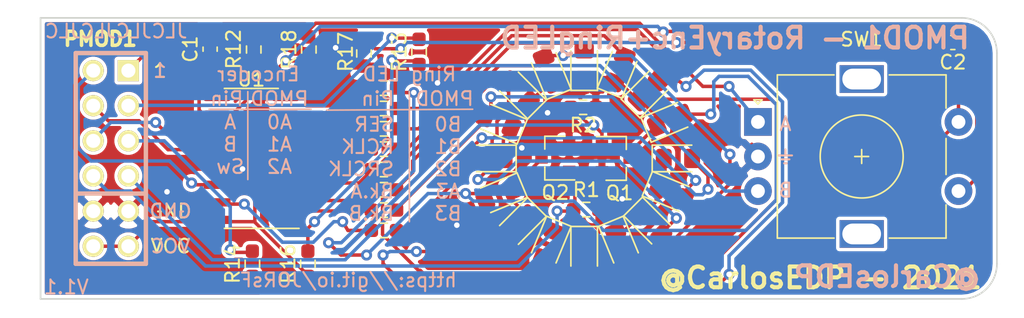
<source format=kicad_pcb>
(kicad_pcb (version 20171130) (host pcbnew "(5.1.10-1-10_14)")
  (layers (0 F.Cu signal) (31 B.Cu signal) (34 B.Paste user hide) (35 F.Paste user hide) (36 B.SilkS user) (37 F.SilkS user) (38 B.Mask user hide) (39 F.Mask user hide) (44 Edge.Cuts user))
  (net 0 "")
  (net 1 GND)
  (net 2 "Net-(D1-Pad2)")
  (net 3 "Net-(PMOD1-Pad1)")
  (net 4 "Net-(PMOD1-Pad7)")
  (net 5 "Net-(PMOD1-Pad2)")
  (net 6 "Net-(PMOD1-Pad8)")
  (net 7 "Net-(PMOD1-Pad3)")
  (net 8 "Net-(PMOD1-Pad9)")
  (net 9 +3V3)
  (net 10 "Net-(R3-Pad2)")
  (net 11 "Net-(R4-Pad2)")
  (net 12 "Net-(R5-Pad2)")
  (net 13 "Net-(R6-Pad2)")
  (net 14 "Net-(R7-Pad2)")
  (net 15 "Net-(R8-Pad2)")
  (net 16 "Net-(R9-Pad2)")
  (net 17 "Net-(R10-Pad2)")
  (net 18 "Net-(R12-Pad1)")
  (net 19 "Net-(R13-Pad1)")
  (net 20 "Net-(D1-Pad1)")
  (net 21 "Net-(D10-Pad1)")
  (net 22 "Net-(D10-Pad2)")
  (net 23 "Net-(D11-Pad2)")
  (net 24 "Net-(D12-Pad2)")
  (net 25 "Net-(D13-Pad2)")
  (net 26 "Net-(D14-Pad2)")
  (net 27 "Net-(D15-Pad2)")
  (net 28 "Net-(D16-Pad2)")
  (net 29 A1)
  (net 30 A2)
  (net 31 "Net-(C2-Pad2)")
  (module Package_SO:SOIC-16_3.9x9.9mm_P1.27mm (layer F.Cu) (at 33.02 104.14 180)
    (fp_text reference U1 (at 0 5.715) (layer F.SilkS))
    (fp_text value 74HC595)
    (pad 16 smd roundrect (at 2.475 -4.445 180) (size 1.95 0.6) (layers F.Cu F.Paste F.Mask) (net 9 +3V3))
    (pad 15 smd roundrect (at 2.475 -3.175 180) (size 1.95 0.6) (layers F.Cu F.Paste F.Mask) (net 10 "Net-(R3-Pad2)"))
    (pad 14 smd roundrect (at 2.475 -1.905 180) (size 1.95 0.6) (layers F.Cu F.Paste F.Mask) (net 4 "Net-(PMOD1-Pad7)"))
    (pad 13 smd roundrect (at 2.475 -0.635 180) (size 1.95 0.6) (layers F.Cu F.Paste F.Mask) (net 1 GND))
    (pad 12 smd roundrect (at 2.475 0.635 180) (size 1.95 0.6) (layers F.Cu F.Paste F.Mask) (net 6 "Net-(PMOD1-Pad8)"))
    (pad 11 smd roundrect (at 2.475 1.905 180) (size 1.95 0.6) (layers F.Cu F.Paste F.Mask) (net 8 "Net-(PMOD1-Pad9)"))
    (pad 10 smd roundrect (at 2.475 3.175 180) (size 1.95 0.6) (layers F.Cu F.Paste F.Mask) (net 9 +3V3))
    (pad 9 smd roundrect (at 2.475 4.445 180) (size 1.95 0.6) (layers F.Cu F.Paste F.Mask))
    (pad 8 smd roundrect (at -2.475 4.445 180) (size 1.95 0.6) (layers F.Cu F.Paste F.Mask) (net 1 GND))
    (pad 7 smd roundrect (at -2.475 3.175 180) (size 1.95 0.6) (layers F.Cu F.Paste F.Mask) (net 17 "Net-(R10-Pad2)"))
    (pad 6 smd roundrect (at -2.475 1.905 180) (size 1.95 0.6) (layers F.Cu F.Paste F.Mask) (net 16 "Net-(R9-Pad2)"))
    (pad 5 smd roundrect (at -2.475 0.635 180) (size 1.95 0.6) (layers F.Cu F.Paste F.Mask) (net 15 "Net-(R8-Pad2)"))
    (pad 4 smd roundrect (at -2.475 -0.635 180) (size 1.95 0.6) (layers F.Cu F.Paste F.Mask) (net 14 "Net-(R7-Pad2)"))
    (pad 3 smd roundrect (at -2.475 -1.905 180) (size 1.95 0.6) (layers F.Cu F.Paste F.Mask) (net 13 "Net-(R6-Pad2)"))
    (pad 2 smd roundrect (at -2.475 -3.175 180) (size 1.95 0.6) (layers F.Cu F.Paste F.Mask) (net 12 "Net-(R5-Pad2)"))
    (pad 1 smd roundrect (at -2.475 -4.445 180) (size 1.95 0.6) (layers F.Cu F.Paste F.Mask) (net 11 "Net-(R4-Pad2)"))
  )
  (module PMOD:pmod_pin_array_6x2 (layer F.Cu) (at 22.86 104.14)
    (fp_text reference PMOD1 (at -0.762 -8.636) (layer F.SilkS) (effects (font (size 1.016 1.016) (thickness 0.254))))
    (fp_text value PMOD-Device-x2-Type-1A-GPIO hide)
    (fp_text user 1 (at 3.556 -6.35) (layer B.SilkS) (effects (justify mirror)))
    (fp_text user GND (at 4.318 3.81) (layer B.SilkS) (effects (justify mirror)))
    (fp_text user VCC (at 4.318 6.35) (layer B.SilkS) (effects (justify mirror)))
    (fp_text user VCC (at 4.318 6.35) (layer F.SilkS))
    (fp_text user GND (at 4.318 3.81) (layer F.SilkS))
    (fp_text user 1 (at 3.556 -6.35) (layer F.SilkS))
    (pad 1 thru_hole rect (at 1.27 -6.35) (size 1.524 1.524) (drill 1.016) (layers *.Cu *.Mask F.SilkS) (net 3 "Net-(PMOD1-Pad1)"))
    (pad 7 thru_hole circle (at -1.27 -6.35 270) (size 1.524 1.524) (drill 1.016) (layers *.Cu *.Mask F.SilkS) (net 4 "Net-(PMOD1-Pad7)"))
    (pad 2 thru_hole circle (at 1.27 -3.81 270) (size 1.524 1.524) (drill 1.016) (layers *.Cu *.Mask F.SilkS) (net 5 "Net-(PMOD1-Pad2)"))
    (pad 8 thru_hole circle (at -1.27 -3.81 270) (size 1.524 1.524) (drill 1.016) (layers *.Cu *.Mask F.SilkS) (net 6 "Net-(PMOD1-Pad8)"))
    (pad 3 thru_hole circle (at 1.27 -1.27 270) (size 1.524 1.524) (drill 1.016) (layers *.Cu *.Mask F.SilkS) (net 7 "Net-(PMOD1-Pad3)"))
    (pad 9 thru_hole circle (at -1.27 -1.27 270) (size 1.524 1.524) (drill 1.016) (layers *.Cu *.Mask F.SilkS) (net 8 "Net-(PMOD1-Pad9)"))
    (pad 4 thru_hole circle (at 1.27 1.27 270) (size 1.524 1.524) (drill 1.016) (layers *.Cu *.Mask F.SilkS) (net 29 A1))
    (pad 10 thru_hole circle (at -1.27 1.27 270) (size 1.524 1.524) (drill 1.016) (layers *.Cu *.Mask F.SilkS) (net 30 A2))
    (pad 5 thru_hole circle (at 1.27 3.81 270) (size 1.524 1.524) (drill 1.016) (layers *.Cu *.Mask F.SilkS) (net 1 GND))
    (pad 11 thru_hole circle (at -1.27 3.81 270) (size 1.524 1.524) (drill 1.016) (layers *.Cu *.Mask F.SilkS) (net 1 GND))
    (pad 6 thru_hole circle (at 1.27 6.35 270) (size 1.524 1.524) (drill 1.016) (layers *.Cu *.Mask F.SilkS) (net 9 +3V3))
    (pad 12 thru_hole circle (at -1.27 6.35 270) (size 1.524 1.524) (drill 1.016) (layers *.Cu *.Mask F.SilkS) (net 9 +3V3))
  )
  (module Rotary_Encoder:RotaryEncoder_Alps_EC11E-Switch_Vertical_H20mm (layer F.Cu) (at 69.6525 101.501)
    (fp_text reference SW1 (at 7.493 -5.969) (layer F.SilkS))
    (fp_text value Rotary_Encoder_Switch)
    (pad S1 thru_hole circle (at 14.5 5) (size 2 2) (drill 1) (layers *.Cu *.Mask) (net 9 +3V3))
    (pad S2 thru_hole circle (at 14.5 0) (size 2 2) (drill 1) (layers *.Cu *.Mask) (net 31 "Net-(C2-Pad2)"))
    (pad MP thru_hole rect (at 7.5 8.1) (size 3.2 2) (drill oval 2.8 1.5) (layers *.Cu *.Mask))
    (pad MP thru_hole rect (at 7.5 -3.1) (size 3.2 2) (drill oval 2.8 1.5) (layers *.Cu *.Mask))
    (pad B thru_hole circle (at 0 5) (size 2 2) (drill 1) (layers *.Cu *.Mask) (net 19 "Net-(R13-Pad1)"))
    (pad C thru_hole circle (at 0 2.5) (size 2 2) (drill 1) (layers *.Cu *.Mask) (net 1 GND))
    (pad A thru_hole rect (at 0 0) (size 2 2) (drill 1) (layers *.Cu *.Mask) (net 18 "Net-(R12-Pad1)"))
  )
  (module Resistor_SMD:R_0603_1608Metric_Pad0.98x0.95mm_HandSolder (layer F.Cu) (at 57.24 107.84)
    (fp_text reference R1 (at 0 -1.43) (layer F.SilkS))
    (fp_text value 4.7k)
    (pad 1 smd roundrect (at -0.9125 0) (size 0.975 0.95) (layers F.Cu F.Paste F.Mask) (net 30 A2))
    (pad 2 smd roundrect (at 0.9125 0) (size 0.975 0.95) (layers F.Cu F.Paste F.Mask) (net 1 GND))
  )
  (module Capacitor_SMD:C_0603_1608Metric_Pad1.08x0.95mm_HandSolder (layer F.Cu) (at 30.04 96.24 90)
    (fp_text reference C1 (at 0 -1.43 90) (layer F.SilkS))
    (fp_text value 100n)
    (pad 1 smd roundrect (at -0.8625 0 90) (size 1.075 0.95) (layers F.Cu F.Paste F.Mask) (net 9 +3V3))
    (pad 2 smd roundrect (at 0.8625 0 90) (size 1.075 0.95) (layers F.Cu F.Paste F.Mask) (net 1 GND))
  )
  (module Capacitor_SMD:C_0603_1608Metric_Pad1.08x0.95mm_HandSolder (layer F.Cu) (at 83.7435 95.758 180)
    (fp_text reference C2 (at 0 -1.43) (layer F.SilkS))
    (fp_text value 100n)
    (pad 2 smd roundrect (at 0.8625 0 180) (size 1.075 0.95) (layers F.Cu F.Paste F.Mask) (net 31 "Net-(C2-Pad2)"))
    (pad 1 smd roundrect (at -0.8625 0 180) (size 1.075 0.95) (layers F.Cu F.Paste F.Mask) (net 9 +3V3))
  )
  (module LED_SMD:LED_0805_2012Metric_Pad1.15x1.40mm_HandSolder (layer F.Cu) (at 50.307 104.14 180)
    (fp_text reference D1 hide)
    (fp_text value LED_ALT)
    (pad 1 smd roundrect (at -1.025 0 180) (size 1.15 1.4) (layers F.Cu F.Paste F.Mask) (roundrect_rratio 0.217391) (net 20 "Net-(D1-Pad1)"))
    (pad 2 smd roundrect (at 1.025 0 180) (size 1.15 1.4) (layers F.Cu F.Paste F.Mask) (roundrect_rratio 0.217391) (net 2 "Net-(D1-Pad2)"))
  )
  (module LED_SMD:LED_0805_2012Metric_Pad1.15x1.40mm_HandSolder (layer F.Cu) (at 50.886363 101.495234 157.5)
    (fp_text reference D2 hide)
    (fp_text value LED_ALT)
    (pad 2 smd roundrect (at 1.025 0 157.5) (size 1.15 1.4) (layers F.Cu F.Paste F.Mask) (roundrect_rratio 0.217391) (net 22 "Net-(D10-Pad2)"))
    (pad 1 smd roundrect (at -1.025 0 157.5) (size 1.15 1.4) (layers F.Cu F.Paste F.Mask) (roundrect_rratio 0.217391) (net 20 "Net-(D1-Pad1)"))
  )
  (module LED_SMD:LED_0805_2012Metric_Pad1.15x1.40mm_HandSolder (layer F.Cu) (at 52.359587 99.286087 135)
    (fp_text reference D3 hide)
    (fp_text value LED_ALT)
    (pad 2 smd roundrect (at 1.025 0 135) (size 1.15 1.4) (layers F.Cu F.Paste F.Mask) (roundrect_rratio 0.217391) (net 23 "Net-(D11-Pad2)"))
    (pad 1 smd roundrect (at -1.025 0 135) (size 1.15 1.4) (layers F.Cu F.Paste F.Mask) (roundrect_rratio 0.217391) (net 20 "Net-(D1-Pad1)"))
  )
  (module LED_SMD:LED_0805_2012Metric_Pad1.15x1.40mm_HandSolder (layer F.Cu) (at 54.547749 97.793023 112.5)
    (fp_text reference D4 hide)
    (fp_text value LED_ALT)
    (pad 2 smd roundrect (at 1.025 0 112.5) (size 1.15 1.4) (layers F.Cu F.Paste F.Mask) (roundrect_rratio 0.217391) (net 24 "Net-(D12-Pad2)"))
    (pad 1 smd roundrect (at -1.025 0 112.5) (size 1.15 1.4) (layers F.Cu F.Paste F.Mask) (roundrect_rratio 0.217391) (net 20 "Net-(D1-Pad1)"))
  )
  (module LED_SMD:LED_0805_2012Metric_Pad1.15x1.40mm_HandSolder (layer F.Cu) (at 57.0865 97.3605 90)
    (fp_text reference D5 hide)
    (fp_text value LED_ALT)
    (pad 2 smd roundrect (at 1.025 0 90) (size 1.15 1.4) (layers F.Cu F.Paste F.Mask) (roundrect_rratio 0.217391) (net 25 "Net-(D13-Pad2)"))
    (pad 1 smd roundrect (at -1.025 0 90) (size 1.15 1.4) (layers F.Cu F.Paste F.Mask) (roundrect_rratio 0.217391) (net 20 "Net-(D1-Pad1)"))
  )
  (module LED_SMD:LED_0805_2012Metric_Pad1.15x1.40mm_HandSolder (layer F.Cu) (at 59.632251 97.693023 67.5)
    (fp_text reference D6 hide)
    (fp_text value LED_ALT)
    (pad 1 smd roundrect (at -1.025 0 67.5) (size 1.15 1.4) (layers F.Cu F.Paste F.Mask) (roundrect_rratio 0.217391) (net 20 "Net-(D1-Pad1)"))
    (pad 2 smd roundrect (at 1.025 0 67.5) (size 1.15 1.4) (layers F.Cu F.Paste F.Mask) (roundrect_rratio 0.217391) (net 26 "Net-(D14-Pad2)"))
  )
  (module LED_SMD:LED_0805_2012Metric_Pad1.15x1.40mm_HandSolder (layer F.Cu) (at 61.757587 99.214913 45)
    (fp_text reference D7 hide)
    (fp_text value LED_ALT)
    (pad 2 smd roundrect (at 1.025 0 45) (size 1.15 1.4) (layers F.Cu F.Paste F.Mask) (roundrect_rratio 0.217391) (net 27 "Net-(D15-Pad2)"))
    (pad 1 smd roundrect (at -1.025 0 45) (size 1.15 1.4) (layers F.Cu F.Paste F.Mask) (roundrect_rratio 0.217391) (net 20 "Net-(D1-Pad1)"))
  )
  (module LED_SMD:LED_0805_2012Metric_Pad1.15x1.40mm_HandSolder (layer F.Cu) (at 63.286637 101.368234 22.5)
    (fp_text reference D8 hide)
    (fp_text value LED_ALT)
    (pad 1 smd roundrect (at -1.025 0 22.5) (size 1.15 1.4) (layers F.Cu F.Paste F.Mask) (roundrect_rratio 0.217391) (net 20 "Net-(D1-Pad1)"))
    (pad 2 smd roundrect (at 1.025 0 22.5) (size 1.15 1.4) (layers F.Cu F.Paste F.Mask) (roundrect_rratio 0.217391) (net 28 "Net-(D16-Pad2)"))
  )
  (module LED_SMD:LED_0805_2012Metric_Pad1.15x1.40mm_HandSolder (layer F.Cu) (at 63.866 104.14)
    (fp_text reference D9 hide)
    (fp_text value LED_ALT)
    (pad 1 smd roundrect (at -1.025 0) (size 1.15 1.4) (layers F.Cu F.Paste F.Mask) (roundrect_rratio 0.217391) (net 21 "Net-(D10-Pad1)"))
    (pad 2 smd roundrect (at 1.025 0) (size 1.15 1.4) (layers F.Cu F.Paste F.Mask) (roundrect_rratio 0.217391) (net 2 "Net-(D1-Pad2)"))
  )
  (module LED_SMD:LED_0805_2012Metric_Pad1.15x1.40mm_HandSolder (layer F.Cu) (at 63.373 106.68 337.5)
    (fp_text reference D10 hide)
    (fp_text value LED_ALT)
    (pad 1 smd roundrect (at -1.025 0 337.5) (size 1.15 1.4) (layers F.Cu F.Paste F.Mask) (roundrect_rratio 0.217391) (net 21 "Net-(D10-Pad1)"))
    (pad 2 smd roundrect (at 1.025 0 337.5) (size 1.15 1.4) (layers F.Cu F.Paste F.Mask) (roundrect_rratio 0.217391) (net 22 "Net-(D10-Pad2)"))
  )
  (module LED_SMD:LED_0805_2012Metric_Pad1.15x1.40mm_HandSolder (layer F.Cu) (at 61.940413 108.930413 315)
    (fp_text reference D11 hide)
    (fp_text value LED_ALT)
    (pad 2 smd roundrect (at 1.025 0 315) (size 1.15 1.4) (layers F.Cu F.Paste F.Mask) (roundrect_rratio 0.217391) (net 23 "Net-(D11-Pad2)"))
    (pad 1 smd roundrect (at -1.025 0 315) (size 1.15 1.4) (layers F.Cu F.Paste F.Mask) (roundrect_rratio 0.217391) (net 21 "Net-(D10-Pad1)"))
  )
  (module LED_SMD:LED_0805_2012Metric_Pad1.15x1.40mm_HandSolder (layer F.Cu) (at 59.731266 110.403637 292.5)
    (fp_text reference D12 hide)
    (fp_text value LED_ALT)
    (pad 1 smd roundrect (at -1.025 0 292.5) (size 1.15 1.4) (layers F.Cu F.Paste F.Mask) (roundrect_rratio 0.217391) (net 21 "Net-(D10-Pad1)"))
    (pad 2 smd roundrect (at 1.025 0 292.5) (size 1.15 1.4) (layers F.Cu F.Paste F.Mask) (roundrect_rratio 0.217391) (net 24 "Net-(D12-Pad2)"))
  )
  (module LED_SMD:LED_0805_2012Metric_Pad1.15x1.40mm_HandSolder (layer F.Cu) (at 57.0865 110.9195 270)
    (fp_text reference D13 hide)
    (fp_text value LED_ALT)
    (pad 2 smd roundrect (at 1.025 0 270) (size 1.15 1.4) (layers F.Cu F.Paste F.Mask) (roundrect_rratio 0.217391) (net 25 "Net-(D13-Pad2)"))
    (pad 1 smd roundrect (at -1.025 0 270) (size 1.15 1.4) (layers F.Cu F.Paste F.Mask) (roundrect_rratio 0.217391) (net 21 "Net-(D10-Pad1)"))
  )
  (module LED_SMD:LED_0805_2012Metric_Pad1.15x1.40mm_HandSolder (layer F.Cu) (at 54.547749 110.403637 247.5)
    (fp_text reference D14 hide)
    (fp_text value LED_ALT)
    (pad 1 smd roundrect (at -1.025 0 247.5) (size 1.15 1.4) (layers F.Cu F.Paste F.Mask) (roundrect_rratio 0.217391) (net 21 "Net-(D10-Pad1)"))
    (pad 2 smd roundrect (at 1.025 0 247.5) (size 1.15 1.4) (layers F.Cu F.Paste F.Mask) (roundrect_rratio 0.217391) (net 26 "Net-(D14-Pad2)"))
  )
  (module LED_SMD:LED_0805_2012Metric_Pad1.15x1.40mm_HandSolder (layer F.Cu) (at 52.359587 108.966 225)
    (fp_text reference D15 hide)
    (fp_text value LED_ALT)
    (pad 2 smd roundrect (at 1.025 0 225) (size 1.15 1.4) (layers F.Cu F.Paste F.Mask) (roundrect_rratio 0.217391) (net 27 "Net-(D15-Pad2)"))
    (pad 1 smd roundrect (at -1.025 0 225) (size 1.15 1.4) (layers F.Cu F.Paste F.Mask) (roundrect_rratio 0.217391) (net 21 "Net-(D10-Pad1)"))
  )
  (module LED_SMD:LED_0805_2012Metric_Pad1.15x1.40mm_HandSolder (layer F.Cu) (at 50.886363 106.784766 202.5)
    (fp_text reference D16 hide)
    (fp_text value LED_ALT)
    (pad 1 smd roundrect (at -1.025 0 202.5) (size 1.15 1.4) (layers F.Cu F.Paste F.Mask) (roundrect_rratio 0.217391) (net 21 "Net-(D10-Pad1)"))
    (pad 2 smd roundrect (at 1.025 0 202.5) (size 1.15 1.4) (layers F.Cu F.Paste F.Mask) (roundrect_rratio 0.217391) (net 28 "Net-(D16-Pad2)"))
  )
  (module Resistor_SMD:R_0603_1608Metric_Pad0.98x0.95mm_HandSolder (layer F.Cu) (at 57.015 100.44)
    (fp_text reference R2 (at 0 1.3) (layer F.SilkS))
    (fp_text value 4.7k)
    (pad 1 smd roundrect (at -0.9125 0) (size 0.975 0.95) (layers F.Cu F.Paste F.Mask) (net 29 A1))
    (pad 2 smd roundrect (at 0.9125 0) (size 0.975 0.95) (layers F.Cu F.Paste F.Mask) (net 1 GND))
  )
  (module Resistor_SMD:R_0603_1608Metric_Pad0.98x0.95mm_HandSolder (layer F.Cu) (at 42.609 109.346997 180)
    (fp_text reference R3 hide)
    (fp_text value 220R)
    (pad 1 smd roundrect (at -0.9125 0 180) (size 0.975 0.95) (layers F.Cu F.Paste F.Mask) (net 2 "Net-(D1-Pad2)"))
    (pad 2 smd roundrect (at 0.9125 0 180) (size 0.975 0.95) (layers F.Cu F.Paste F.Mask) (net 10 "Net-(R3-Pad2)"))
  )
  (module Resistor_SMD:R_0603_1608Metric_Pad0.98x0.95mm_HandSolder (layer F.Cu) (at 42.609 107.877426 180)
    (fp_text reference R4 hide)
    (fp_text value 220R)
    (pad 2 smd roundrect (at 0.9125 0 180) (size 0.975 0.95) (layers F.Cu F.Paste F.Mask) (net 11 "Net-(R4-Pad2)"))
    (pad 1 smd roundrect (at -0.9125 0 180) (size 0.975 0.95) (layers F.Cu F.Paste F.Mask) (net 22 "Net-(D10-Pad2)"))
  )
  (module Resistor_SMD:R_0603_1608Metric_Pad0.98x0.95mm_HandSolder (layer F.Cu) (at 42.609 106.407855 180)
    (fp_text reference R5 hide)
    (fp_text value 220R)
    (pad 1 smd roundrect (at -0.9125 0 180) (size 0.975 0.95) (layers F.Cu F.Paste F.Mask) (net 23 "Net-(D11-Pad2)"))
    (pad 2 smd roundrect (at 0.9125 0 180) (size 0.975 0.95) (layers F.Cu F.Paste F.Mask) (net 12 "Net-(R5-Pad2)"))
  )
  (module Resistor_SMD:R_0603_1608Metric_Pad0.98x0.95mm_HandSolder (layer F.Cu) (at 42.609 104.938284 180)
    (fp_text reference R6 hide)
    (fp_text value 220R)
    (pad 2 smd roundrect (at 0.9125 0 180) (size 0.975 0.95) (layers F.Cu F.Paste F.Mask) (net 13 "Net-(R6-Pad2)"))
    (pad 1 smd roundrect (at -0.9125 0 180) (size 0.975 0.95) (layers F.Cu F.Paste F.Mask) (net 24 "Net-(D12-Pad2)"))
  )
  (module Resistor_SMD:R_0603_1608Metric_Pad0.98x0.95mm_HandSolder (layer F.Cu) (at 42.609 103.468713 180)
    (fp_text reference R7 hide)
    (fp_text value 220R)
    (pad 1 smd roundrect (at -0.9125 0 180) (size 0.975 0.95) (layers F.Cu F.Paste F.Mask) (net 25 "Net-(D13-Pad2)"))
    (pad 2 smd roundrect (at 0.9125 0 180) (size 0.975 0.95) (layers F.Cu F.Paste F.Mask) (net 14 "Net-(R7-Pad2)"))
  )
  (module Resistor_SMD:R_0603_1608Metric_Pad0.98x0.95mm_HandSolder (layer F.Cu) (at 42.609 101.999142 180)
    (fp_text reference R8 hide)
    (fp_text value 220R)
    (pad 2 smd roundrect (at 0.9125 0 180) (size 0.975 0.95) (layers F.Cu F.Paste F.Mask) (net 15 "Net-(R8-Pad2)"))
    (pad 1 smd roundrect (at -0.9125 0 180) (size 0.975 0.95) (layers F.Cu F.Paste F.Mask) (net 26 "Net-(D14-Pad2)"))
  )
  (module Resistor_SMD:R_0603_1608Metric_Pad0.98x0.95mm_HandSolder (layer F.Cu) (at 42.609 100.529571 180)
    (fp_text reference R9 hide)
    (fp_text value 220R)
    (pad 1 smd roundrect (at -0.9125 0 180) (size 0.975 0.95) (layers F.Cu F.Paste F.Mask) (net 27 "Net-(D15-Pad2)"))
    (pad 2 smd roundrect (at 0.9125 0 180) (size 0.975 0.95) (layers F.Cu F.Paste F.Mask) (net 16 "Net-(R9-Pad2)"))
  )
  (module Resistor_SMD:R_0603_1608Metric_Pad0.98x0.95mm_HandSolder (layer F.Cu) (at 42.609 99.06 180)
    (fp_text reference R10 hide)
    (fp_text value 220R)
    (pad 2 smd roundrect (at 0.9125 0 180) (size 0.975 0.95) (layers F.Cu F.Paste F.Mask) (net 17 "Net-(R10-Pad2)"))
    (pad 1 smd roundrect (at -0.9125 0 180) (size 0.975 0.95) (layers F.Cu F.Paste F.Mask) (net 28 "Net-(D16-Pad2)"))
  )
  (module Resistor_SMD:R_0603_1608Metric_Pad0.98x0.95mm_HandSolder (layer F.Cu) (at 33.19475 96.266 270)
    (fp_text reference R12 (at -0.026 1.45475 90) (layer F.SilkS))
    (fp_text value 4.7k)
    (pad 2 smd roundrect (at 0.9125 0 270) (size 0.975 0.95) (layers F.Cu F.Paste F.Mask) (net 3 "Net-(PMOD1-Pad1)"))
    (pad 1 smd roundrect (at -0.9125 0 270) (size 0.975 0.95) (layers F.Cu F.Paste F.Mask) (net 18 "Net-(R12-Pad1)"))
  )
  (module Resistor_SMD:R_0603_1608Metric_Pad0.98x0.95mm_HandSolder (layer F.Cu) (at 45.149 96.44 90)
    (fp_text reference R13 (at 0 -1.43 90) (layer F.SilkS))
    (fp_text value 4.7k)
    (pad 1 smd roundrect (at -0.9125 0 90) (size 0.975 0.95) (layers F.Cu F.Paste F.Mask) (net 19 "Net-(R13-Pad1)"))
    (pad 2 smd roundrect (at 0.9125 0 90) (size 0.975 0.95) (layers F.Cu F.Paste F.Mask) (net 5 "Net-(PMOD1-Pad2)"))
  )
  (module Resistor_SMD:R_0603_1608Metric_Pad0.98x0.95mm_HandSolder (layer F.Cu) (at 33.0962 111.76 90)
    (fp_text reference R14 (at 0 -1.43 90) (layer F.SilkS))
    (fp_text value 4.7k)
    (pad 1 smd roundrect (at -0.9125 0 90) (size 0.975 0.95) (layers F.Cu F.Paste F.Mask) (net 31 "Net-(C2-Pad2)"))
    (pad 2 smd roundrect (at 0.9125 0 90) (size 0.975 0.95) (layers F.Cu F.Paste F.Mask) (net 7 "Net-(PMOD1-Pad3)"))
  )
  (module Resistor_SMD:R_0603_1608Metric_Pad0.98x0.95mm_HandSolder (layer F.Cu) (at 37.1094 111.76 90)
    (fp_text reference R16 (at 0 -1.43 90) (layer F.SilkS))
    (fp_text value 4.7k)
    (pad 2 smd roundrect (at 0.9125 0 90) (size 0.975 0.95) (layers F.Cu F.Paste F.Mask) (net 19 "Net-(R13-Pad1)"))
    (pad 1 smd roundrect (at -0.9125 0 90) (size 0.975 0.95) (layers F.Cu F.Paste F.Mask) (net 9 +3V3))
  )
  (module Resistor_SMD:R_0603_1608Metric_Pad0.98x0.95mm_HandSolder (layer F.Cu) (at 41.16425 96.5525 270)
    (fp_text reference R17 (at -0.1125 1.32425 90) (layer F.SilkS))
    (fp_text value 4.7k)
    (pad 2 smd roundrect (at 0.9125 0 270) (size 0.975 0.95) (layers F.Cu F.Paste F.Mask) (net 1 GND))
    (pad 1 smd roundrect (at -0.9125 0 270) (size 0.975 0.95) (layers F.Cu F.Paste F.Mask) (net 31 "Net-(C2-Pad2)"))
  )
  (module Resistor_SMD:R_0603_1608Metric_Pad0.98x0.95mm_HandSolder (layer F.Cu) (at 37.1795 96.266 90)
    (fp_text reference R18 (at 0 -1.43 90) (layer F.SilkS))
    (fp_text value 4.7k)
    (pad 1 smd roundrect (at -0.9125 0 90) (size 0.975 0.95) (layers F.Cu F.Paste F.Mask) (net 9 +3V3))
    (pad 2 smd roundrect (at 0.9125 0 90) (size 0.975 0.95) (layers F.Cu F.Paste F.Mask) (net 18 "Net-(R12-Pad1)"))
  )
  (module Package_TO_SOT_SMD:SOT-23 (layer F.Cu) (at 59.3725 104.14)
    (fp_text reference Q1 (at 0.2675 2.5) (layer F.SilkS))
    (fp_text value 2N7002)
    (pad 1 smd rect (at -1 -0.95) (size 0.9 0.8) (layers F.Cu F.Paste F.Mask) (net 29 A1))
    (pad 2 smd rect (at -1 0.95) (size 0.9 0.8) (layers F.Cu F.Paste F.Mask) (net 1 GND))
    (pad 3 smd rect (at 1 0) (size 0.9 0.8) (layers F.Cu F.Paste F.Mask) (net 20 "Net-(D1-Pad1)"))
  )
  (module Package_TO_SOT_SMD:SOT-23 (layer F.Cu) (at 55.001501 104.115001 180)
    (fp_text reference Q2 (at 0 -2.5) (layer F.SilkS))
    (fp_text value 2N7002)
    (pad 3 smd rect (at 1 0 180) (size 0.9 0.8) (layers F.Cu F.Paste F.Mask) (net 21 "Net-(D10-Pad1)"))
    (pad 2 smd rect (at -1 0.95 180) (size 0.9 0.8) (layers F.Cu F.Paste F.Mask) (net 1 GND))
    (pad 1 smd rect (at -1 -0.95 180) (size 0.9 0.8) (layers F.Cu F.Paste F.Mask) (net 30 A2))
  )
  (gr_text JLCJLCJLCJLC (at 23.24 94.94) (layer B.SilkS) (effects (font (size 1 1)) (justify mirror)))
  (gr_text ⏚ (at 71.64 104.04) (layer B.SilkS) (effects (font (size 1 1)) (justify mirror)))
  (gr_text A (at 71.64 101.64) (layer B.SilkS) (effects (font (size 1 1)) (justify mirror)))
  (gr_text B (at 71.64 106.44) (layer B.SilkS) (effects (font (size 1 1)) (justify mirror)))
  (gr_text https://git.io/JORsF (at 40.04 112.94) (layer B.SilkS) (effects (font (size 1 1)) (justify mirror)))
  (gr_text V1.1 (at 19.64 113.44) (layer B.SilkS) (effects (font (size 1 1)) (justify mirror)))
  (gr_line (start 44.45 99.314) (end 44.45 108.712) (layer B.SilkS) (width 0.12))
  (gr_line (start 49.022 100.584) (end 38.481 100.6475) (layer B.SilkS) (width 0.12))
  (gr_text "SER\nRCLK\nSRCLK\nBk.A\nBk.B" (at 43.434 104.902) (layer B.SilkS) (effects (font (size 1 1)) (justify left mirror)))
  (gr_text "Ring LED" (at 44.45 98.044) (layer B.SilkS) (effects (font (size 1 1)) (justify mirror)))
  (gr_text Pin (at 42.164 99.822) (layer B.SilkS) (effects (font (size 1 1)) (justify mirror)))
  (gr_text PMOD (at 46.99 99.822) (layer B.SilkS) (effects (font (size 1 1)) (justify mirror)))
  (gr_text "B0\nB1\nB2\nA3\nB3" (at 47.244 104.902) (layer B.SilkS) (effects (font (size 1 1)) (justify mirror)))
  (gr_text Encoder (at 33.528 98.044) (layer B.SilkS) (effects (font (size 1 1)) (justify mirror)))
  (gr_text "A\nB\nSw" (at 31.496 103.124) (layer B.SilkS) (effects (font (size 1 1)) (justify mirror)))
  (gr_text PMOD (at 35.052 99.822) (layer B.SilkS) (effects (font (size 1 1)) (justify mirror)))
  (gr_text Pin (at 31.242 99.822) (layer B.SilkS) (effects (font (size 1 1)) (justify mirror)))
  (gr_line (start 37.338 100.584) (end 29.972 100.584) (layer B.SilkS) (width 0.12))
  (gr_line (start 32.766 99.314) (end 32.766 105.664) (layer B.SilkS) (width 0.12))
  (gr_text "A0\nA1\nA2" (at 35.052 103.124) (layer B.SilkS) (effects (font (size 1 1)) (justify mirror)))
  (gr_text "PMOD1 - RotaryEnc+RingLED" (at 67.99 95.44) (layer B.SilkS) (effects (font (size 1.5 1.5) (thickness 0.3)) (justify mirror)))
  (gr_text @CarlosEDP (at 78.99 112.69) (layer B.SilkS) (effects (font (size 1.5 1.5) (thickness 0.3)) (justify mirror)))
  (gr_text "@CarlosEDP - 2021" (at 74.168 112.776) (layer F.SilkS) (effects (font (size 1.5 1.5) (thickness 0.3))))
  (gr_arc (start 84.3915 111.76) (end 84.3915 114.3) (angle -90) (layer Edge.Cuts) (width 0.12))
  (gr_arc (start 84.3915 96.52) (end 86.9315 96.52) (angle -90) (layer Edge.Cuts) (width 0.12))
  (gr_line (start 17.78 114.3) (end 17.78 93.98) (layer Edge.Cuts) (width 0.12))
  (gr_line (start 84.3915 114.3) (end 17.78 114.3) (layer Edge.Cuts) (width 0.12))
  (gr_line (start 86.9315 96.52) (end 86.9315 111.76) (layer Edge.Cuts) (width 0.12))
  (gr_line (start 17.78 93.98) (end 84.3915 93.98) (layer Edge.Cuts) (width 0.12))
  (segment (start 24.13 107.95) (end 27.178 104.902) (width 0.25) (layer F.Cu) (net 1))
  (segment (start 21.59 107.95) (end 20.502999 106.862999) (width 0.25) (layer F.Cu) (net 1))
  (segment (start 27.178 104.902) (end 30.226 104.902) (width 0.25) (layer F.Cu) (net 1))
  (segment (start 41.16425 97.091) (end 41.085 97.091) (width 0.25) (layer F.Cu) (net 1))
  (segment (start 69.20599 103.11499) (end 69.596 103.505) (width 0.25) (layer F.Cu) (net 1))
  (segment (start 30.545 104.775) (end 31.52 104.775) (width 0.25) (layer F.Cu) (net 1))
  (segment (start 23.417998 99.187) (end 25.527 99.187) (width 0.25) (layer F.Cu) (net 1))
  (segment (start 22.733 98.502002) (end 23.417998 99.187) (width 0.25) (layer F.Cu) (net 1))
  (segment (start 22.733 97.028) (end 22.733 98.502002) (width 0.25) (layer F.Cu) (net 1))
  (segment (start 35.495 99.695) (end 33.9725 99.695) (width 0.25) (layer F.Cu) (net 1))
  (segment (start 24.7015 104.14) (end 20.8915 104.14) (width 0.25) (layer F.Cu) (net 1))
  (via (at 47.879 108.966) (size 0.8) (drill 0.4) (layers F.Cu B.Cu) (net 1))
  (via (at 52.578 103.378) (size 0.8) (drill 0.4) (layers F.Cu B.Cu) (net 1))
  (via (at 32.385 104.902) (size 0.8) (drill 0.4) (layers F.Cu B.Cu) (net 1))
  (via (at 26.924 106.553) (size 0.8) (drill 0.4) (layers F.Cu B.Cu) (net 1))
  (via (at 39.116 96.139) (size 0.8) (drill 0.4) (layers F.Cu B.Cu) (net 1))
  (via (at 46.482 98.679) (size 0.8) (drill 0.4) (layers F.Cu B.Cu) (net 1))
  (via (at 54.44 100.84) (size 0.8) (drill 0.4) (layers F.Cu B.Cu) (net 1))
  (via (at 59.84 107.061) (size 0.8) (drill 0.4) (layers F.Cu B.Cu) (net 1))
  (segment (start 43.434 109.346997) (end 44.196003 109.346997) (width 0.25) (layer F.Cu) (net 2))
  (segment (start 44.196003 109.346997) (end 49.276 104.267) (width 0.25) (layer F.Cu) (net 2))
  (via (at 66.04 106.3625) (size 0.8) (drill 0.4) (layers F.Cu B.Cu) (net 2))
  (segment (start 66.04 105.3765) (end 66.04 106.3625) (width 0.25) (layer F.Cu) (net 2))
  (segment (start 64.8035 104.14) (end 66.04 105.3765) (width 0.25) (layer F.Cu) (net 2))
  (via (at 49.693403 102.652403) (size 0.8) (drill 0.4) (layers F.Cu B.Cu) (net 2))
  (segment (start 49.693403 102.652403) (end 49.2125 103.133306) (width 0.25) (layer F.Cu) (net 2))
  (segment (start 49.2125 103.133306) (end 49.2125 103.6955) (width 0.25) (layer F.Cu) (net 2))
  (segment (start 49.693403 102.652403) (end 61.160402 102.652403) (width 0.25) (layer B.Cu) (net 2))
  (segment (start 61.160402 102.652403) (end 64.425999 105.918) (width 0.25) (layer B.Cu) (net 2))
  (segment (start 65.640001 106.762499) (end 66.04 106.3625) (width 0.25) (layer B.Cu) (net 2))
  (segment (start 65.112997 106.762499) (end 65.640001 106.762499) (width 0.25) (layer B.Cu) (net 2))
  (segment (start 64.425999 106.075501) (end 65.112997 106.762499) (width 0.25) (layer B.Cu) (net 2))
  (segment (start 64.425999 105.918) (end 64.425999 106.075501) (width 0.25) (layer B.Cu) (net 2))
  (segment (start 25.68 96.24) (end 24.13 97.79) (width 0.25) (layer F.Cu) (net 3))
  (segment (start 32.34375 96.24) (end 25.68 96.24) (width 0.25) (layer F.Cu) (net 3))
  (segment (start 33.19475 97.091) (end 32.34375 96.24) (width 0.25) (layer F.Cu) (net 3))
  (via (at 28.702 105.918) (size 0.8) (drill 0.4) (layers F.Cu B.Cu) (net 4))
  (segment (start 28.829 106.045) (end 28.702 105.918) (width 0.25) (layer F.Cu) (net 4))
  (segment (start 30.445 106.045) (end 28.829 106.045) (width 0.25) (layer F.Cu) (net 4))
  (segment (start 20.502999 103.391761) (end 20.502999 98.877001) (width 0.25) (layer B.Cu) (net 4))
  (segment (start 21.434237 104.322999) (end 20.502999 103.391761) (width 0.25) (layer B.Cu) (net 4))
  (segment (start 27.106999 104.322999) (end 21.434237 104.322999) (width 0.25) (layer B.Cu) (net 4))
  (segment (start 28.702 105.918) (end 27.106999 104.322999) (width 0.25) (layer B.Cu) (net 4))
  (segment (start 20.502999 98.877001) (end 21.59 97.79) (width 0.25) (layer B.Cu) (net 4))
  (via (at 43.18 95.44101) (size 0.8) (drill 0.4) (layers F.Cu B.Cu) (net 5))
  (segment (start 38.29101 100.33) (end 43.18 95.44101) (width 0.25) (layer B.Cu) (net 5))
  (segment (start 43.18 95.44101) (end 45.14901 95.44101) (width 0.25) (layer F.Cu) (net 5))
  (segment (start 38.264509 100.303499) (end 24.865499 100.303499) (width 0.25) (layer B.Cu) (net 5))
  (segment (start 38.29101 100.33) (end 38.264509 100.303499) (width 0.25) (layer B.Cu) (net 5))
  (segment (start 24.865499 100.303499) (end 24.8285 100.2665) (width 0.25) (layer B.Cu) (net 5))
  (segment (start 24.905999 101.417001) (end 26.993998 103.505) (width 0.25) (layer F.Cu) (net 6))
  (segment (start 26.993998 103.505) (end 30.545 103.505) (width 0.25) (layer F.Cu) (net 6))
  (segment (start 22.677001 101.417001) (end 24.905999 101.417001) (width 0.25) (layer F.Cu) (net 6))
  (segment (start 21.59 100.33) (end 22.677001 101.417001) (width 0.25) (layer F.Cu) (net 6))
  (via (at 31.496 110.744) (size 0.8) (drill 0.4) (layers F.Cu B.Cu) (net 7))
  (segment (start 31.687 110.935) (end 31.496 110.744) (width 0.25) (layer F.Cu) (net 7))
  (segment (start 33.0962 110.935) (end 31.687 110.935) (width 0.25) (layer F.Cu) (net 7))
  (segment (start 31.496 107.638998) (end 26.727002 102.87) (width 0.25) (layer B.Cu) (net 7))
  (segment (start 31.496 110.744) (end 31.496 107.638998) (width 0.25) (layer B.Cu) (net 7))
  (segment (start 26.727002 102.87) (end 24.13 102.87) (width 0.25) (layer B.Cu) (net 7))
  (segment (start 26.797 102.235) (end 26.0985 101.5365) (width 0.25) (layer F.Cu) (net 8))
  (via (at 26.0985 101.5365) (size 0.8) (drill 0.4) (layers F.Cu B.Cu) (net 8))
  (segment (start 30.445 102.235) (end 26.797 102.235) (width 0.25) (layer F.Cu) (net 8))
  (segment (start 26.0985 101.5365) (end 22.86 101.5365) (width 0.25) (layer B.Cu) (net 8))
  (segment (start 22.86 101.5365) (end 21.717 102.6795) (width 0.25) (layer B.Cu) (net 8))
  (segment (start 21.59 110.49) (end 24.13 110.49) (width 0.25) (layer F.Cu) (net 9))
  (segment (start 24.13 110.49) (end 25.908 108.712) (width 0.25) (layer F.Cu) (net 9))
  (segment (start 25.908 108.712) (end 30.226 108.712) (width 0.25) (layer F.Cu) (net 9))
  (segment (start 30.226 108.712) (end 30.594768 108.712) (width 0.25) (layer F.Cu) (net 9))
  (segment (start 37.1795 97.091) (end 36.652232 97.091) (width 0.25) (layer F.Cu) (net 9))
  (segment (start 33.2364 108.712) (end 30.988 108.712) (width 0.25) (layer F.Cu) (net 9))
  (segment (start 37.1094 112.585) (end 33.2364 108.712) (width 0.25) (layer F.Cu) (net 9))
  (segment (start 33.274 108.6744) (end 33.274 102.719) (width 0.25) (layer F.Cu) (net 9))
  (segment (start 33.2364 108.712) (end 33.274 108.6744) (width 0.25) (layer F.Cu) (net 9))
  (segment (start 85.477501 96.717001) (end 85.477501 105.530499) (width 0.25) (layer F.Cu) (net 9))
  (segment (start 84.5185 95.758) (end 85.477501 96.717001) (width 0.25) (layer F.Cu) (net 9))
  (segment (start 85.477501 105.530499) (end 84.328 106.68) (width 0.25) (layer F.Cu) (net 9))
  (via (at 62.8015 94.996) (size 0.8) (drill 0.4) (layers F.Cu B.Cu) (net 9))
  (segment (start 62.83951 94.95799) (end 62.8015 94.996) (width 0.25) (layer F.Cu) (net 9))
  (segment (start 83.71849 94.95799) (end 62.83951 94.95799) (width 0.25) (layer F.Cu) (net 9))
  (segment (start 84.5185 95.758) (end 83.71849 94.95799) (width 0.25) (layer F.Cu) (net 9))
  (segment (start 62.8015 94.996) (end 62.401501 94.596001) (width 0.25) (layer B.Cu) (net 9))
  (segment (start 35.533 97.0915) (end 37.084 97.0915) (width 0.25) (layer F.Cu) (net 9))
  (segment (start 30.168232 100.965) (end 30.353 100.965) (width 0.25) (layer F.Cu) (net 9))
  (segment (start 30.445 100.965) (end 31.623 100.965) (width 0.25) (layer F.Cu) (net 9))
  (segment (start 35.51475 97.07325) (end 35.533 97.0915) (width 0.25) (layer F.Cu) (net 9))
  (segment (start 31.623 100.965) (end 35.51475 97.07325) (width 0.25) (layer F.Cu) (net 9))
  (segment (start 33.274 102.719) (end 31.52 100.965) (width 0.25) (layer F.Cu) (net 9))
  (segment (start 31.52 100.965) (end 30.545 100.965) (width 0.25) (layer F.Cu) (net 9))
  (segment (start 31.84501 100.74299) (end 31.623 100.965) (width 0.25) (layer F.Cu) (net 9))
  (via (at 35.51475 97.07325) (size 0.8) (drill 0.4) (layers F.Cu B.Cu) (net 9))
  (segment (start 35.51475 97.07325) (end 37.991999 94.596001) (width 0.25) (layer B.Cu) (net 9))
  (segment (start 37.991999 94.596001) (end 62.401501 94.596001) (width 0.25) (layer B.Cu) (net 9))
  (segment (start 29.57 100.965) (end 30.545 100.965) (width 0.25) (layer F.Cu) (net 9))
  (segment (start 29.24499 100.63999) (end 29.57 100.965) (width 0.25) (layer F.Cu) (net 9))
  (segment (start 29.24499 97.81001) (end 29.24499 100.63999) (width 0.25) (layer F.Cu) (net 9))
  (segment (start 30.04 97.015) (end 29.24499 97.81001) (width 0.25) (layer F.Cu) (net 9))
  (via (at 32.512 107.442) (size 0.8) (drill 0.4) (layers F.Cu B.Cu) (net 10))
  (segment (start 32.512 107.442) (end 30.988 107.442) (width 0.25) (layer F.Cu) (net 10))
  (segment (start 35.269001 110.199001) (end 32.512 107.442) (width 0.25) (layer B.Cu) (net 10))
  (segment (start 37.503409 110.199001) (end 35.269001 110.199001) (width 0.25) (layer B.Cu) (net 10))
  (segment (start 39.624 108.712) (end 40.004997 109.346997) (width 0.25) (layer F.Cu) (net 10))
  (segment (start 40.004997 109.346997) (end 41.784 109.346997) (width 0.25) (layer F.Cu) (net 10))
  (via (at 39.624 108.712) (size 0.8) (drill 0.4) (layers F.Cu B.Cu) (net 10))
  (segment (start 38.99041 108.712) (end 39.624 108.712) (width 0.25) (layer B.Cu) (net 10))
  (segment (start 37.503409 110.199001) (end 38.99041 108.712) (width 0.25) (layer B.Cu) (net 10))
  (segment (start 41.721416 107.94001) (end 36.58599 107.94001) (width 0.25) (layer F.Cu) (net 11))
  (segment (start 41.784 107.877426) (end 41.721416 107.94001) (width 0.25) (layer F.Cu) (net 11))
  (segment (start 36.58599 107.94001) (end 36.068 108.458) (width 0.25) (layer F.Cu) (net 11))
  (segment (start 36.576 107.188) (end 35.814 107.188) (width 0.25) (layer F.Cu) (net 12))
  (segment (start 41.784 106.407855) (end 41.003855 107.188) (width 0.25) (layer F.Cu) (net 12))
  (segment (start 41.003855 107.188) (end 35.814 107.188) (width 0.25) (layer F.Cu) (net 12))
  (segment (start 36.576 105.918) (end 36.068 105.918) (width 0.25) (layer F.Cu) (net 13))
  (segment (start 41.784 104.938284) (end 40.804284 105.918) (width 0.25) (layer F.Cu) (net 13))
  (segment (start 40.804284 105.918) (end 35.814 105.918) (width 0.25) (layer F.Cu) (net 13))
  (segment (start 36.576 104.648) (end 36.068 104.648) (width 0.25) (layer F.Cu) (net 14))
  (segment (start 41.784 103.468713) (end 40.604713 104.648) (width 0.25) (layer F.Cu) (net 14))
  (segment (start 40.604713 104.648) (end 35.814 104.648) (width 0.25) (layer F.Cu) (net 14))
  (segment (start 41.784 101.999142) (end 40.405142 103.378) (width 0.25) (layer F.Cu) (net 15))
  (segment (start 40.405142 103.378) (end 36.068 103.378) (width 0.25) (layer F.Cu) (net 15))
  (segment (start 41.784 100.529571) (end 40.205571 102.108) (width 0.25) (layer F.Cu) (net 16))
  (segment (start 40.205571 102.108) (end 35.56 102.108) (width 0.25) (layer F.Cu) (net 16))
  (segment (start 41.784 99.06) (end 40.006 100.838) (width 0.25) (layer F.Cu) (net 17))
  (segment (start 40.006 100.838) (end 35.814 100.838) (width 0.25) (layer F.Cu) (net 17))
  (segment (start 33.19475 95.441) (end 37.2105 95.441) (width 0.25) (layer F.Cu) (net 18))
  (segment (start 67.564 98.933) (end 69.1515 100.9015) (width 0.25) (layer B.Cu) (net 18))
  (via (at 67.564 98.933) (size 0.8) (drill 0.4) (layers F.Cu B.Cu) (net 18))
  (segment (start 65.665498 98.933) (end 67.564 98.933) (width 0.25) (layer F.Cu) (net 18))
  (segment (start 37.68049 94.36501) (end 61.097508 94.36501) (width 0.25) (layer F.Cu) (net 18))
  (segment (start 37.1795 94.866) (end 37.68049 94.36501) (width 0.25) (layer F.Cu) (net 18))
  (segment (start 61.097508 94.36501) (end 65.665498 98.933) (width 0.25) (layer F.Cu) (net 18))
  (segment (start 37.1795 95.3535) (end 37.1795 94.866) (width 0.25) (layer F.Cu) (net 18))
  (via (at 43.18 97.028) (size 0.8) (drill 0.4) (layers F.Cu B.Cu) (net 19))
  (segment (start 43.243 97.091) (end 43.18 97.028) (width 0.25) (layer F.Cu) (net 19))
  (segment (start 45.149 97.091) (end 43.243 97.091) (width 0.25) (layer F.Cu) (net 19))
  (segment (start 37.084 110.998) (end 37.338 110.744) (width 0.25) (layer F.Cu) (net 19))
  (via (at 37.592 108.712) (size 0.8) (drill 0.4) (layers F.Cu B.Cu) (net 19))
  (segment (start 37.1094 109.1946) (end 37.592 108.712) (width 0.25) (layer F.Cu) (net 19))
  (segment (start 37.1094 110.935) (end 37.1094 109.1946) (width 0.25) (layer F.Cu) (net 19))
  (segment (start 43.18 103.124) (end 43.18 97.028) (width 0.25) (layer B.Cu) (net 19))
  (segment (start 37.592 108.712) (end 43.18 103.124) (width 0.25) (layer B.Cu) (net 19))
  (segment (start 43.580172 97.428172) (end 58.228172 97.428172) (width 0.25) (layer B.Cu) (net 19))
  (segment (start 43.18 97.028) (end 43.580172 97.428172) (width 0.25) (layer B.Cu) (net 19))
  (segment (start 67.301 106.501) (end 58.228172 97.428172) (width 0.25) (layer B.Cu) (net 19))
  (segment (start 69.6525 106.501) (end 67.301 106.501) (width 0.25) (layer B.Cu) (net 19))
  (segment (start 61.094674 99.877826) (end 62.23 101.013152) (width 0.25) (layer F.Cu) (net 20))
  (segment (start 59.2455 98.679) (end 59.69 98.679) (width 0.25) (layer F.Cu) (net 20))
  (segment (start 59.69 98.679) (end 60.579 99.568) (width 0.25) (layer F.Cu) (net 20))
  (segment (start 57.0865 98.298) (end 58.674 98.298) (width 0.25) (layer F.Cu) (net 20))
  (segment (start 57.0865 98.298) (end 55.5625 98.298) (width 0.25) (layer F.Cu) (net 20))
  (segment (start 55.5625 98.298) (end 55.4355 98.425) (width 0.25) (layer F.Cu) (net 20))
  (segment (start 54.9275 98.679) (end 54.5465 98.679) (width 0.25) (layer F.Cu) (net 20))
  (segment (start 54.5465 98.679) (end 53.5305 99.695) (width 0.25) (layer F.Cu) (net 20))
  (segment (start 53.0225 99.949) (end 51.943 101.0285) (width 0.25) (layer F.Cu) (net 20))
  (segment (start 51.943 101.0285) (end 51.943 101.346) (width 0.25) (layer F.Cu) (net 20))
  (segment (start 51.2445 104.14) (end 51.2445 102.616) (width 0.25) (layer F.Cu) (net 20))
  (segment (start 51.2445 102.616) (end 51.562 102.2985) (width 0.25) (layer F.Cu) (net 20))
  (segment (start 62.23 101.013152) (end 62.23 101.6) (width 0.25) (layer F.Cu) (net 20))
  (segment (start 60.3725 103.727645) (end 62.33966 101.760485) (width 0.25) (layer F.Cu) (net 20))
  (segment (start 60.3725 104.14) (end 60.3725 103.727645) (width 0.25) (layer F.Cu) (net 20))
  (segment (start 53.0225 108.303087) (end 51.943 107.223587) (width 0.25) (layer F.Cu) (net 21))
  (segment (start 51.943 107.223587) (end 51.943 106.807) (width 0.25) (layer F.Cu) (net 21))
  (segment (start 54.864 109.5375) (end 54.5465 109.5375) (width 0.25) (layer F.Cu) (net 21))
  (segment (start 54.5465 109.5375) (end 53.5305 108.5215) (width 0.25) (layer F.Cu) (net 21))
  (segment (start 57.0865 109.982) (end 55.372 109.982) (width 0.25) (layer F.Cu) (net 21))
  (segment (start 55.372 109.982) (end 55.245 109.855) (width 0.25) (layer F.Cu) (net 21))
  (segment (start 57.0865 109.982) (end 58.801 109.982) (width 0.25) (layer F.Cu) (net 21))
  (segment (start 58.801 109.982) (end 58.9915 109.7915) (width 0.25) (layer F.Cu) (net 21))
  (segment (start 59.3725 109.5375) (end 59.817 109.5375) (width 0.25) (layer F.Cu) (net 21))
  (segment (start 59.817 109.5375) (end 60.833 108.5215) (width 0.25) (layer F.Cu) (net 21))
  (segment (start 60.833 108.5215) (end 60.8965 108.5215) (width 0.25) (layer F.Cu) (net 21))
  (segment (start 61.2775 108.2675) (end 62.2935 107.2515) (width 0.25) (layer F.Cu) (net 21))
  (segment (start 62.2935 107.2515) (end 62.2935 106.7435) (width 0.25) (layer F.Cu) (net 21))
  (segment (start 62.2935 106.7435) (end 62.357 106.68) (width 0.25) (layer F.Cu) (net 21))
  (segment (start 62.9285 104.14) (end 62.9285 105.8545) (width 0.25) (layer F.Cu) (net 21))
  (segment (start 62.9285 105.8545) (end 62.8015 105.9815) (width 0.25) (layer F.Cu) (net 21))
  (segment (start 54.001501 104.176999) (end 51.7525 106.426) (width 0.25) (layer F.Cu) (net 21))
  (segment (start 54.001501 104.115001) (end 54.001501 104.176999) (width 0.25) (layer F.Cu) (net 21))
  (segment (start 43.434 107.877426) (end 43.443074 107.877426) (width 0.25) (layer F.Cu) (net 22))
  (segment (start 43.443074 107.877426) (end 49.8475 101.473) (width 0.25) (layer F.Cu) (net 22))
  (via (at 65.151 105.7275) (size 0.8) (drill 0.4) (layers F.Cu B.Cu) (net 22))
  (segment (start 64.239137 106.639363) (end 65.151 105.7275) (width 0.25) (layer F.Cu) (net 22))
  (segment (start 64.239137 107.038766) (end 64.239137 106.639363) (width 0.25) (layer F.Cu) (net 22))
  (via (at 50.34725 99.68675) (size 0.8) (drill 0.4) (layers F.Cu B.Cu) (net 22))
  (segment (start 59.11025 99.68675) (end 50.34725 99.68675) (width 0.25) (layer B.Cu) (net 22))
  (segment (start 65.151 105.7275) (end 59.11025 99.68675) (width 0.25) (layer B.Cu) (net 22))
  (segment (start 50.34725 99.68675) (end 50.34725 100.71925) (width 0.25) (layer F.Cu) (net 22))
  (segment (start 43.434 106.407855) (end 44.691097 105.150758) (width 0.25) (layer F.Cu) (net 23))
  (segment (start 44.691097 105.150758) (end 44.691097 104.317597) (width 0.25) (layer F.Cu) (net 23))
  (segment (start 50.520194 98.4885) (end 51.3715 98.4885) (width 0.25) (layer F.Cu) (net 23))
  (segment (start 51.3715 98.4885) (end 51.562 98.679) (width 0.25) (layer F.Cu) (net 23))
  (via (at 63.754 108.458) (size 0.8) (drill 0.4) (layers F.Cu B.Cu) (net 23))
  (segment (start 62.618674 109.593326) (end 63.754 108.458) (width 0.25) (layer F.Cu) (net 23))
  (segment (start 62.603326 109.593326) (end 62.618674 109.593326) (width 0.25) (layer F.Cu) (net 23))
  (segment (start 44.691097 104.317597) (end 50.520194 98.4885) (width 0.25) (layer F.Cu) (net 23))
  (segment (start 63.754 108.458) (end 59.6265 104.3305) (width 0.25) (layer B.Cu) (net 23))
  (segment (start 50.783945 102.417831) (end 50.783945 101.452811) (width 0.25) (layer F.Cu) (net 23))
  (segment (start 50.43199 102.769786) (end 50.783945 102.417831) (width 0.25) (layer F.Cu) (net 23))
  (segment (start 50.783945 101.452811) (end 51.6255 100.611256) (width 0.25) (layer F.Cu) (net 23))
  (segment (start 51.6255 100.611256) (end 51.6255 98.933) (width 0.25) (layer F.Cu) (net 23))
  (via (at 49.403 105.664) (size 0.8) (drill 0.4) (layers F.Cu B.Cu) (net 23))
  (segment (start 59.6265 104.3305) (end 53.0225 104.3305) (width 0.25) (layer B.Cu) (net 23))
  (segment (start 50.927 105.664) (end 49.403 105.664) (width 0.25) (layer B.Cu) (net 23))
  (segment (start 53.0225 104.3305) (end 52.2605 104.3305) (width 0.25) (layer B.Cu) (net 23))
  (segment (start 52.2605 104.3305) (end 50.927 105.664) (width 0.25) (layer B.Cu) (net 23))
  (segment (start 53.0225 104.3305) (end 52.5145 104.3305) (width 0.25) (layer B.Cu) (net 23))
  (segment (start 50.43199 104.63501) (end 50.43199 102.769786) (width 0.25) (layer F.Cu) (net 23))
  (segment (start 49.403 105.664) (end 50.43199 104.63501) (width 0.25) (layer F.Cu) (net 23))
  (via (at 67.6275 103.83999) (size 0.8) (drill 0.4) (layers F.Cu B.Cu) (net 24))
  (segment (start 67.6275 105.965702) (end 67.6275 103.83999) (width 0.25) (layer F.Cu) (net 24))
  (via (at 55.5625 96.703171) (size 0.8) (drill 0.4) (layers F.Cu B.Cu) (net 24))
  (segment (start 60.490681 96.703171) (end 55.5625 96.703171) (width 0.25) (layer B.Cu) (net 24))
  (segment (start 67.6275 103.83999) (end 60.490681 96.703171) (width 0.25) (layer B.Cu) (net 24))
  (segment (start 55.5625 96.703171) (end 54.744329 96.703171) (width 0.25) (layer F.Cu) (net 24))
  (segment (start 54.744329 96.703171) (end 54.61 96.8375) (width 0.25) (layer F.Cu) (net 24))
  (segment (start 52.84 97.44) (end 53.602369 97.44) (width 0.25) (layer F.Cu) (net 24))
  (segment (start 53.602369 97.44) (end 54.176483 96.865886) (width 0.25) (layer F.Cu) (net 24))
  (segment (start 50.933999 97.438285) (end 52.838285 97.438285) (width 0.25) (layer F.Cu) (net 24))
  (segment (start 52.838285 97.438285) (end 52.84 97.44) (width 0.25) (layer F.Cu) (net 24))
  (segment (start 43.434 104.938284) (end 50.933999 97.438285) (width 0.25) (layer F.Cu) (net 24))
  (segment (start 62.242588 111.350614) (end 67.6275 105.965702) (width 0.25) (layer F.Cu) (net 24))
  (segment (start 60.123517 111.350614) (end 62.242588 111.350614) (width 0.25) (layer F.Cu) (net 24))
  (segment (start 44.267161 103.468713) (end 51.757703 95.978171) (width 0.25) (layer F.Cu) (net 25))
  (segment (start 43.434 103.468713) (end 44.267161 103.468713) (width 0.25) (layer F.Cu) (net 25))
  (segment (start 56.798671 95.978171) (end 57.0865 96.266) (width 0.25) (layer F.Cu) (net 25))
  (segment (start 42.50901 109.639485) (end 45.107854 112.238329) (width 0.25) (layer F.Cu) (net 25))
  (segment (start 42.50901 104.393703) (end 42.50901 109.639485) (width 0.25) (layer F.Cu) (net 25))
  (segment (start 43.434 103.468713) (end 42.50901 104.393703) (width 0.25) (layer F.Cu) (net 25))
  (segment (start 45.238329 112.238329) (end 45.58499 112.58499) (width 0.25) (layer F.Cu) (net 25))
  (segment (start 45.107854 112.238329) (end 45.238329 112.238329) (width 0.25) (layer F.Cu) (net 25))
  (segment (start 56.44601 112.58499) (end 57.0865 111.9445) (width 0.25) (layer F.Cu) (net 25))
  (segment (start 45.58499 112.58499) (end 56.44601 112.58499) (width 0.25) (layer F.Cu) (net 25))
  (segment (start 51.981433 95.798567) (end 56.549567 95.798567) (width 0.25) (layer F.Cu) (net 25))
  (segment (start 56.549567 95.798567) (end 57.0865 96.3355) (width 0.25) (layer F.Cu) (net 25))
  (segment (start 51.801829 95.978171) (end 51.981433 95.798567) (width 0.25) (layer F.Cu) (net 25))
  (segment (start 51.757703 95.978171) (end 51.801829 95.978171) (width 0.25) (layer F.Cu) (net 25))
  (segment (start 70.977501 107.137001) (end 70.977501 100.240999) (width 0.25) (layer F.Cu) (net 26))
  (segment (start 65.529512 112.58499) (end 70.977501 107.137001) (width 0.25) (layer F.Cu) (net 26))
  (segment (start 59.31518 112.58499) (end 65.529512 112.58499) (width 0.25) (layer F.Cu) (net 26))
  (segment (start 57.77468 111.04449) (end 59.31518 112.58499) (width 0.25) (layer F.Cu) (net 26))
  (segment (start 54.419107 111.04449) (end 57.77468 111.04449) (width 0.25) (layer F.Cu) (net 26))
  (segment (start 54.112983 111.350614) (end 54.419107 111.04449) (width 0.25) (layer F.Cu) (net 26))
  (segment (start 70.597357 99.860855) (end 70.977501 100.240999) (width 0.25) (layer F.Cu) (net 26))
  (segment (start 62.36911 99.860855) (end 70.597357 99.860855) (width 0.25) (layer F.Cu) (net 26))
  (segment (start 59.996517 97.488262) (end 62.36911 99.860855) (width 0.25) (layer F.Cu) (net 26))
  (segment (start 59.996517 96.865886) (end 59.996517 97.488262) (width 0.25) (layer F.Cu) (net 26))
  (segment (start 58.543486 95.26503) (end 60.024502 96.746046) (width 0.25) (layer F.Cu) (net 26))
  (segment (start 43.5215 101.999142) (end 45.100322 101.999142) (width 0.25) (layer F.Cu) (net 26))
  (segment (start 51.606901 95.509509) (end 51.85138 95.26503) (width 0.25) (layer F.Cu) (net 26))
  (segment (start 51.589954 95.50951) (end 51.606901 95.509509) (width 0.25) (layer F.Cu) (net 26))
  (segment (start 45.100322 101.999142) (end 51.589954 95.50951) (width 0.25) (layer F.Cu) (net 26))
  (segment (start 51.85138 95.26503) (end 58.543486 95.26503) (width 0.25) (layer F.Cu) (net 26))
  (segment (start 43.434 100.529571) (end 45.933483 100.529571) (width 0.25) (layer F.Cu) (net 27))
  (segment (start 62.23 96.133912) (end 62.23 98.171) (width 0.25) (layer F.Cu) (net 27))
  (segment (start 45.933483 100.529571) (end 51.403554 95.0595) (width 0.25) (layer F.Cu) (net 27))
  (via (at 44.958 110.871) (size 0.8) (drill 0.4) (layers F.Cu B.Cu) (net 27))
  (segment (start 50.454587 110.871) (end 44.958 110.871) (width 0.25) (layer F.Cu) (net 27))
  (segment (start 51.696674 109.628913) (end 50.454587 110.871) (width 0.25) (layer F.Cu) (net 27))
  (via (at 67.564 112.522) (size 0.8) (drill 0.4) (layers F.Cu B.Cu) (net 27))
  (segment (start 67.397661 112.688339) (end 67.564 112.522) (width 0.25) (layer F.Cu) (net 27))
  (segment (start 43.05851 110.871) (end 44.958 110.871) (width 0.25) (layer B.Cu) (net 27))
  (segment (start 42.545 111.125) (end 43.05851 110.871) (width 0.25) (layer B.Cu) (net 27))
  (via (at 42.545 111.125) (size 0.8) (drill 0.4) (layers F.Cu B.Cu) (net 27))
  (segment (start 67.564 111.186912) (end 67.564 112.522) (width 0.25) (layer B.Cu) (net 27))
  (segment (start 71.427511 100.054599) (end 71.42751 107.323402) (width 0.25) (layer B.Cu) (net 27))
  (segment (start 69.130901 97.757989) (end 71.427511 100.054599) (width 0.25) (layer B.Cu) (net 27))
  (segment (start 65.754511 97.757989) (end 69.130901 97.757989) (width 0.25) (layer B.Cu) (net 27))
  (segment (start 63.9445 98.552) (end 62.4205 98.552) (width 0.25) (layer F.Cu) (net 27))
  (segment (start 64.4525 98.933) (end 63.9445 98.552) (width 0.25) (layer F.Cu) (net 27))
  (segment (start 71.42751 107.323402) (end 67.564 111.186912) (width 0.25) (layer B.Cu) (net 27))
  (segment (start 64.4525 98.933) (end 65.754511 97.757989) (width 0.25) (layer B.Cu) (net 27))
  (via (at 64.4525 98.933) (size 0.8) (drill 0.4) (layers F.Cu B.Cu) (net 27))
  (segment (start 67.051 113.035) (end 67.564 112.522) (width 0.25) (layer F.Cu) (net 27))
  (segment (start 43.835 113.035) (end 67.051 113.035) (width 0.25) (layer F.Cu) (net 27))
  (segment (start 42.545 111.745) (end 43.835 113.035) (width 0.25) (layer F.Cu) (net 27))
  (segment (start 42.545 111.125) (end 42.545 111.745) (width 0.25) (layer F.Cu) (net 27))
  (segment (start 51.4205 95.0595) (end 51.66498 94.81502) (width 0.25) (layer F.Cu) (net 27))
  (segment (start 51.403554 95.0595) (end 51.4205 95.0595) (width 0.25) (layer F.Cu) (net 27))
  (segment (start 51.66498 94.81502) (end 60.911108 94.81502) (width 0.25) (layer F.Cu) (net 27))
  (segment (start 60.911108 94.81502) (end 62.23 96.133912) (width 0.25) (layer F.Cu) (net 27))
  (via (at 44.7675 99.3775) (size 0.8) (drill 0.4) (layers F.Cu B.Cu) (net 28))
  (segment (start 44.7675 99.3775) (end 43.4975 99.3775) (width 0.25) (layer F.Cu) (net 28))
  (via (at 48.514 106.68) (size 0.8) (drill 0.4) (layers F.Cu B.Cu) (net 28))
  (segment (start 49.556694 106.68) (end 50.020226 107.143532) (width 0.25) (layer F.Cu) (net 28))
  (via (at 41.351055 111.125) (size 0.8) (drill 0.4) (layers F.Cu B.Cu) (net 28))
  (via (at 38.608 110.236) (size 0.8) (drill 0.4) (layers F.Cu B.Cu) (net 28))
  (segment (start 38.608 110.236) (end 39.497 110.236) (width 0.25) (layer B.Cu) (net 28))
  (segment (start 39.497 111.125) (end 38.608 110.236) (width 0.25) (layer F.Cu) (net 28))
  (segment (start 41.351055 111.125) (end 39.497 111.125) (width 0.25) (layer F.Cu) (net 28))
  (segment (start 44.7675 105.023185) (end 44.7675 99.3775) (width 0.25) (layer B.Cu) (net 28))
  (segment (start 39.525842 110.236) (end 44.7675 105.023185) (width 0.25) (layer B.Cu) (net 28))
  (segment (start 48.514 106.68) (end 45.796055 106.68) (width 0.25) (layer B.Cu) (net 28))
  (segment (start 45.796055 106.68) (end 41.351055 111.125) (width 0.25) (layer B.Cu) (net 28))
  (segment (start 48.514 106.68) (end 49.556694 106.68) (width 0.25) (layer F.Cu) (net 28))
  (segment (start 49.058999 107.224999) (end 48.514 106.68) (width 0.25) (layer B.Cu) (net 28))
  (segment (start 68.944501 98.207999) (end 70.977501 100.240999) (width 0.25) (layer B.Cu) (net 28))
  (segment (start 56.355001 107.224999) (end 49.058999 107.224999) (width 0.25) (layer B.Cu) (net 28))
  (segment (start 58.477002 109.347) (end 56.355001 107.224999) (width 0.25) (layer B.Cu) (net 28))
  (segment (start 70.977501 100.240999) (end 70.977501 107.137001) (width 0.25) (layer B.Cu) (net 28))
  (segment (start 68.767502 109.347) (end 58.477002 109.347) (width 0.25) (layer B.Cu) (net 28))
  (via (at 66.24 100.94) (size 0.8) (drill 0.4) (layers F.Cu B.Cu) (net 28))
  (segment (start 70.977501 107.137001) (end 68.767502 109.347) (width 0.25) (layer B.Cu) (net 28))
  (segment (start 66.834999 98.207999) (end 68.944501 98.207999) (width 0.25) (layer B.Cu) (net 28))
  (segment (start 66.457999 98.584999) (end 66.834999 98.207999) (width 0.25) (layer B.Cu) (net 28))
  (segment (start 66.24 100.94) (end 66.457999 100.811499) (width 0.25) (layer B.Cu) (net 28))
  (segment (start 66.457999 100.722001) (end 66.24 100.94) (width 0.25) (layer B.Cu) (net 28))
  (segment (start 66.457999 98.584999) (end 66.457999 100.722001) (width 0.25) (layer B.Cu) (net 28))
  (segment (start 64.222242 100.94) (end 64.152774 101.009468) (width 0.25) (layer F.Cu) (net 28))
  (segment (start 66.24 100.94) (end 64.222242 100.94) (width 0.25) (layer F.Cu) (net 28))
  (segment (start 58.3725 102.3145) (end 57.785 101.727) (width 0.25) (layer F.Cu) (net 29))
  (via (at 57.785 101.727) (size 0.8) (drill 0.4) (layers F.Cu B.Cu) (net 29))
  (segment (start 58.3725 103.19) (end 58.3725 102.3145) (width 0.25) (layer F.Cu) (net 29))
  (segment (start 39.803803 111.469001) (end 30.189001 111.469001) (width 0.25) (layer B.Cu) (net 29))
  (segment (start 49.545804 101.727) (end 39.803803 111.469001) (width 0.25) (layer B.Cu) (net 29))
  (segment (start 57.785 101.727) (end 49.545804 101.727) (width 0.25) (layer B.Cu) (net 29))
  (segment (start 30.189001 111.469001) (end 24.5745 105.8545) (width 0.25) (layer B.Cu) (net 29))
  (segment (start 57.477 101.727) (end 56.19 100.44) (width 0.25) (layer F.Cu) (net 29))
  (segment (start 57.785 101.727) (end 57.477 101.727) (width 0.25) (layer F.Cu) (net 29))
  (segment (start 55.99 105.076502) (end 56.001501 105.065001) (width 0.25) (layer F.Cu) (net 30))
  (segment (start 56.215 105.2785) (end 56.001501 105.065001) (width 0.25) (layer F.Cu) (net 30))
  (segment (start 56.415 108.24) (end 56.415 105.4785) (width 0.25) (layer F.Cu) (net 30))
  (segment (start 56.125 107.95) (end 56.415 108.24) (width 0.25) (layer F.Cu) (net 30))
  (segment (start 55.13 107.95) (end 56.125 107.95) (width 0.25) (layer F.Cu) (net 30))
  (segment (start 56.415 105.4785) (end 56.001501 105.065001) (width 0.25) (layer F.Cu) (net 30))
  (via (at 55.13 107.95) (size 0.8) (drill 0.4) (layers F.Cu B.Cu) (net 30))
  (segment (start 55.13 109.15) (end 55.13 107.95) (width 0.25) (layer B.Cu) (net 30))
  (segment (start 52.36099 111.91901) (end 55.13 109.15) (width 0.25) (layer B.Cu) (net 30))
  (segment (start 29.707772 111.91901) (end 52.36099 111.91901) (width 0.25) (layer B.Cu) (net 30))
  (segment (start 24.285763 106.497001) (end 29.707772 111.91901) (width 0.25) (layer B.Cu) (net 30))
  (segment (start 22.613501 106.497001) (end 24.285763 106.497001) (width 0.25) (layer B.Cu) (net 30))
  (segment (start 21.844 105.7275) (end 22.613501 106.497001) (width 0.25) (layer B.Cu) (net 30))
  (segment (start 84.1525 101.501) (end 84.1525 96.916) (width 0.25) (layer F.Cu) (net 31))
  (segment (start 84.1525 96.916) (end 83.1215 95.885) (width 0.25) (layer F.Cu) (net 31))
  (via (at 63.754 95.758) (size 0.8) (drill 0.4) (layers F.Cu B.Cu) (net 31))
  (segment (start 82.9685 95.758) (end 63.754 95.758) (width 0.25) (layer F.Cu) (net 31))
  (via (at 43.820439 96.209022) (size 0.8) (drill 0.4) (layers F.Cu B.Cu) (net 31))
  (segment (start 44.271461 95.758) (end 43.820439 96.209022) (width 0.25) (layer B.Cu) (net 31))
  (segment (start 63.754 95.758) (end 44.271461 95.758) (width 0.25) (layer B.Cu) (net 31))
  (segment (start 43.820439 96.209022) (end 41.980022 96.209022) (width 0.25) (layer F.Cu) (net 31))
  (segment (start 41.980022 96.209022) (end 41.402 95.631) (width 0.25) (layer F.Cu) (net 31))
  (segment (start 82.6135 111.6965) (end 82.6135 102.997) (width 0.25) (layer F.Cu) (net 31))
  (segment (start 82.6135 102.997) (end 84.0105 101.6) (width 0.25) (layer F.Cu) (net 31))
  (segment (start 80.82499 113.48501) (end 82.6135 111.6965) (width 0.25) (layer F.Cu) (net 31))
  (segment (start 33.90871 113.48501) (end 80.82499 113.48501) (width 0.25) (layer F.Cu) (net 31))
  (segment (start 33.0962 112.6725) (end 33.90871 113.48501) (width 0.25) (layer F.Cu) (net 31))
  (zone (net 1) (net_name GND) (layer B.Cu) (connect_pads (clearance 0.25)) (min_thickness 0.25) (fill yes (arc_segments 32) (thermal_gap 0.508) (thermal_bridge_width 0.508))
    (polygon (pts (xy 88.9 115.57) (xy 16.51 115.57) (xy 16.51 92.71) (xy 88.9 92.71)))
  )
  (zone (net 1) (net_name GND) (layer F.Cu) (connect_pads (clearance 0.25)) (min_thickness 0.25) (fill yes (arc_segments 32) (thermal_gap 0.508) (thermal_bridge_width 0.508) (smoothing fillet) (radius 1))
    (polygon (pts (xy 88.8365 115.57) (xy 16.51 115.697) (xy 16.51 92.71) (xy 88.8365 92.71)))
    (polygon (pts (xy 42.742769 92.3925) (xy 42.869769 92.436242) (xy 43.18 92.456) (xy 42.966821 92.263232) (xy 42.9895 92.2655) (xy 42.926 92.202)))
  )
)
</source>
